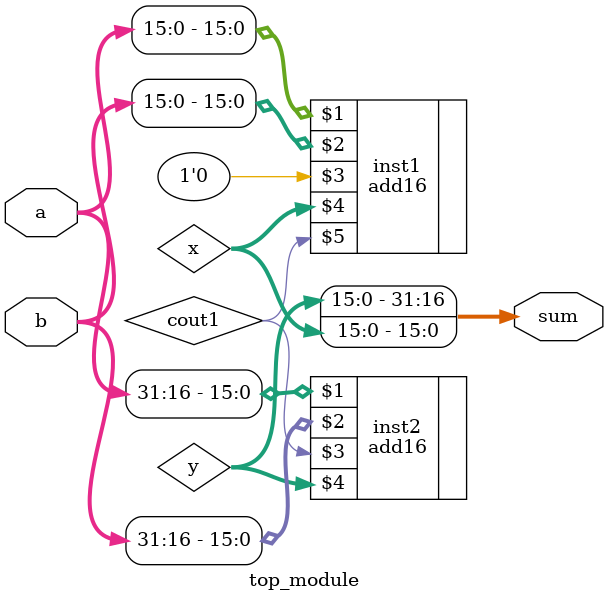
<source format=v>
module top_module(input [31:0] a,b,
    output [31:0] sum
);
    wire cout1;
    wire [15:0] x,y;//Hint: seperate wire to store 2 inputs as given in diagram
    add16 inst1(a[15:0],b[15:0],1'b0,x,cout1);
    add16 inst2(a[31:16],b[31:16],cout1,y);
    assign sum={y,x};
endmodule

</source>
